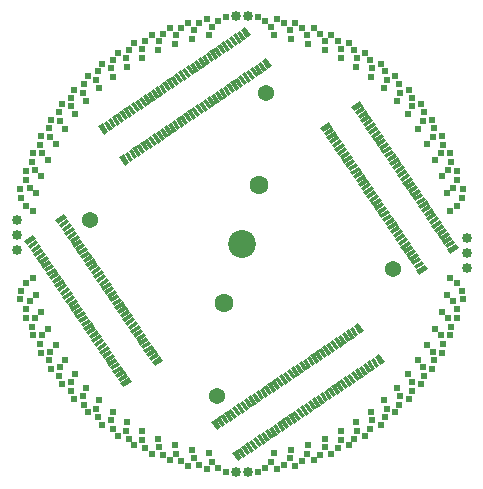
<source format=gts>
G75*
%MOIN*%
%OFA0B0*%
%FSLAX24Y24*%
%IPPOS*%
%LPD*%
%AMOC8*
5,1,8,0,0,1.08239X$1,22.5*
%
%ADD10C,0.0540*%
%ADD11R,0.0131X0.0335*%
%ADD12R,0.0178X0.0335*%
%ADD13C,0.0241*%
%ADD14C,0.0930*%
%ADD15C,0.0631*%
%ADD16C,0.0335*%
D10*
X009340Y005092D03*
X015208Y009340D03*
X010960Y015208D03*
X005092Y010960D03*
D11*
G36*
X004604Y010594D02*
X004676Y010486D01*
X004400Y010300D01*
X004328Y010408D01*
X004604Y010594D01*
G37*
G36*
X004516Y010725D02*
X004588Y010617D01*
X004312Y010431D01*
X004240Y010539D01*
X004516Y010725D01*
G37*
G36*
X004428Y010855D02*
X004500Y010747D01*
X004224Y010561D01*
X004152Y010669D01*
X004428Y010855D01*
G37*
G36*
X004340Y010986D02*
X004412Y010878D01*
X004136Y010692D01*
X004064Y010800D01*
X004340Y010986D01*
G37*
G36*
X004692Y010464D02*
X004764Y010356D01*
X004488Y010170D01*
X004416Y010278D01*
X004692Y010464D01*
G37*
G36*
X004780Y010333D02*
X004852Y010225D01*
X004576Y010039D01*
X004504Y010147D01*
X004780Y010333D01*
G37*
G36*
X004868Y010203D02*
X004940Y010095D01*
X004664Y009909D01*
X004592Y010017D01*
X004868Y010203D01*
G37*
G36*
X004956Y010072D02*
X005028Y009964D01*
X004752Y009778D01*
X004680Y009886D01*
X004956Y010072D01*
G37*
G36*
X005044Y009942D02*
X005116Y009834D01*
X004840Y009648D01*
X004768Y009756D01*
X005044Y009942D01*
G37*
G36*
X005133Y009811D02*
X005205Y009703D01*
X004929Y009517D01*
X004857Y009625D01*
X005133Y009811D01*
G37*
G36*
X005221Y009680D02*
X005293Y009572D01*
X005017Y009386D01*
X004945Y009494D01*
X005221Y009680D01*
G37*
G36*
X005309Y009550D02*
X005381Y009442D01*
X005105Y009256D01*
X005033Y009364D01*
X005309Y009550D01*
G37*
G36*
X005397Y009419D02*
X005469Y009311D01*
X005193Y009125D01*
X005121Y009233D01*
X005397Y009419D01*
G37*
G36*
X005485Y009289D02*
X005557Y009181D01*
X005281Y008995D01*
X005209Y009103D01*
X005485Y009289D01*
G37*
G36*
X005573Y009158D02*
X005645Y009050D01*
X005369Y008864D01*
X005297Y008972D01*
X005573Y009158D01*
G37*
G36*
X005661Y009028D02*
X005733Y008920D01*
X005457Y008734D01*
X005385Y008842D01*
X005661Y009028D01*
G37*
G36*
X005749Y008897D02*
X005821Y008789D01*
X005545Y008603D01*
X005473Y008711D01*
X005749Y008897D01*
G37*
G36*
X005837Y008767D02*
X005909Y008659D01*
X005633Y008473D01*
X005561Y008581D01*
X005837Y008767D01*
G37*
G36*
X005925Y008636D02*
X005997Y008528D01*
X005721Y008342D01*
X005649Y008450D01*
X005925Y008636D01*
G37*
G36*
X006013Y008505D02*
X006085Y008397D01*
X005809Y008211D01*
X005737Y008319D01*
X006013Y008505D01*
G37*
G36*
X006101Y008375D02*
X006173Y008267D01*
X005897Y008081D01*
X005825Y008189D01*
X006101Y008375D01*
G37*
G36*
X006189Y008244D02*
X006261Y008136D01*
X005985Y007950D01*
X005913Y008058D01*
X006189Y008244D01*
G37*
G36*
X006277Y008114D02*
X006349Y008006D01*
X006073Y007820D01*
X006001Y007928D01*
X006277Y008114D01*
G37*
G36*
X006365Y007983D02*
X006437Y007875D01*
X006161Y007689D01*
X006089Y007797D01*
X006365Y007983D01*
G37*
G36*
X006453Y007853D02*
X006525Y007745D01*
X006249Y007559D01*
X006177Y007667D01*
X006453Y007853D01*
G37*
G36*
X006542Y007722D02*
X006614Y007614D01*
X006338Y007428D01*
X006266Y007536D01*
X006542Y007722D01*
G37*
G36*
X006630Y007592D02*
X006702Y007484D01*
X006426Y007298D01*
X006354Y007406D01*
X006630Y007592D01*
G37*
G36*
X006718Y007461D02*
X006790Y007353D01*
X006514Y007167D01*
X006442Y007275D01*
X006718Y007461D01*
G37*
G36*
X006806Y007330D02*
X006878Y007222D01*
X006602Y007036D01*
X006530Y007144D01*
X006806Y007330D01*
G37*
G36*
X006894Y007200D02*
X006966Y007092D01*
X006690Y006906D01*
X006618Y007014D01*
X006894Y007200D01*
G37*
G36*
X006982Y007069D02*
X007054Y006961D01*
X006778Y006775D01*
X006706Y006883D01*
X006982Y007069D01*
G37*
G36*
X007070Y006939D02*
X007142Y006831D01*
X006866Y006645D01*
X006794Y006753D01*
X007070Y006939D01*
G37*
G36*
X007158Y006808D02*
X007230Y006700D01*
X006954Y006514D01*
X006882Y006622D01*
X007158Y006808D01*
G37*
G36*
X007246Y006678D02*
X007318Y006570D01*
X007042Y006384D01*
X006970Y006492D01*
X007246Y006678D01*
G37*
G36*
X007334Y006547D02*
X007406Y006439D01*
X007130Y006253D01*
X007058Y006361D01*
X007334Y006547D01*
G37*
G36*
X006095Y005555D02*
X006023Y005663D01*
X006299Y005849D01*
X006371Y005741D01*
X006095Y005555D01*
G37*
G36*
X006007Y005686D02*
X005935Y005794D01*
X006211Y005980D01*
X006283Y005872D01*
X006007Y005686D01*
G37*
G36*
X005919Y005816D02*
X005847Y005924D01*
X006123Y006110D01*
X006195Y006002D01*
X005919Y005816D01*
G37*
G36*
X005831Y005947D02*
X005759Y006055D01*
X006035Y006241D01*
X006107Y006133D01*
X005831Y005947D01*
G37*
G36*
X005743Y006077D02*
X005671Y006185D01*
X005947Y006371D01*
X006019Y006263D01*
X005743Y006077D01*
G37*
G36*
X005655Y006208D02*
X005583Y006316D01*
X005859Y006502D01*
X005931Y006394D01*
X005655Y006208D01*
G37*
G36*
X005567Y006339D02*
X005495Y006447D01*
X005771Y006633D01*
X005843Y006525D01*
X005567Y006339D01*
G37*
G36*
X005479Y006469D02*
X005407Y006577D01*
X005683Y006763D01*
X005755Y006655D01*
X005479Y006469D01*
G37*
G36*
X005391Y006600D02*
X005319Y006708D01*
X005595Y006894D01*
X005667Y006786D01*
X005391Y006600D01*
G37*
G36*
X005303Y006730D02*
X005231Y006838D01*
X005507Y007024D01*
X005579Y006916D01*
X005303Y006730D01*
G37*
G36*
X005215Y006861D02*
X005143Y006969D01*
X005419Y007155D01*
X005491Y007047D01*
X005215Y006861D01*
G37*
G36*
X005127Y006991D02*
X005055Y007099D01*
X005331Y007285D01*
X005403Y007177D01*
X005127Y006991D01*
G37*
G36*
X005039Y007122D02*
X004967Y007230D01*
X005243Y007416D01*
X005315Y007308D01*
X005039Y007122D01*
G37*
G36*
X004951Y007252D02*
X004879Y007360D01*
X005155Y007546D01*
X005227Y007438D01*
X004951Y007252D01*
G37*
G36*
X004863Y007383D02*
X004791Y007491D01*
X005067Y007677D01*
X005139Y007569D01*
X004863Y007383D01*
G37*
G36*
X004775Y007514D02*
X004703Y007622D01*
X004979Y007808D01*
X005051Y007700D01*
X004775Y007514D01*
G37*
G36*
X004686Y007644D02*
X004614Y007752D01*
X004890Y007938D01*
X004962Y007830D01*
X004686Y007644D01*
G37*
G36*
X004598Y007775D02*
X004526Y007883D01*
X004802Y008069D01*
X004874Y007961D01*
X004598Y007775D01*
G37*
G36*
X004510Y007905D02*
X004438Y008013D01*
X004714Y008199D01*
X004786Y008091D01*
X004510Y007905D01*
G37*
G36*
X004422Y008036D02*
X004350Y008144D01*
X004626Y008330D01*
X004698Y008222D01*
X004422Y008036D01*
G37*
G36*
X004334Y008166D02*
X004262Y008274D01*
X004538Y008460D01*
X004610Y008352D01*
X004334Y008166D01*
G37*
G36*
X004246Y008297D02*
X004174Y008405D01*
X004450Y008591D01*
X004522Y008483D01*
X004246Y008297D01*
G37*
G36*
X004158Y008427D02*
X004086Y008535D01*
X004362Y008721D01*
X004434Y008613D01*
X004158Y008427D01*
G37*
G36*
X004070Y008558D02*
X003998Y008666D01*
X004274Y008852D01*
X004346Y008744D01*
X004070Y008558D01*
G37*
G36*
X003982Y008689D02*
X003910Y008797D01*
X004186Y008983D01*
X004258Y008875D01*
X003982Y008689D01*
G37*
G36*
X003894Y008819D02*
X003822Y008927D01*
X004098Y009113D01*
X004170Y009005D01*
X003894Y008819D01*
G37*
G36*
X003806Y008950D02*
X003734Y009058D01*
X004010Y009244D01*
X004082Y009136D01*
X003806Y008950D01*
G37*
G36*
X003718Y009080D02*
X003646Y009188D01*
X003922Y009374D01*
X003994Y009266D01*
X003718Y009080D01*
G37*
G36*
X003630Y009211D02*
X003558Y009319D01*
X003834Y009505D01*
X003906Y009397D01*
X003630Y009211D01*
G37*
G36*
X003542Y009341D02*
X003470Y009449D01*
X003746Y009635D01*
X003818Y009527D01*
X003542Y009341D01*
G37*
G36*
X003454Y009472D02*
X003382Y009580D01*
X003658Y009766D01*
X003730Y009658D01*
X003454Y009472D01*
G37*
G36*
X003366Y009602D02*
X003294Y009710D01*
X003570Y009896D01*
X003642Y009788D01*
X003366Y009602D01*
G37*
G36*
X003277Y009733D02*
X003205Y009841D01*
X003481Y010027D01*
X003553Y009919D01*
X003277Y009733D01*
G37*
G36*
X003189Y009864D02*
X003117Y009972D01*
X003393Y010158D01*
X003465Y010050D01*
X003189Y009864D01*
G37*
G36*
X003101Y009994D02*
X003029Y010102D01*
X003305Y010288D01*
X003377Y010180D01*
X003101Y009994D01*
G37*
G36*
X006547Y012966D02*
X006439Y012894D01*
X006253Y013170D01*
X006361Y013242D01*
X006547Y012966D01*
G37*
G36*
X006678Y013054D02*
X006570Y012982D01*
X006384Y013258D01*
X006492Y013330D01*
X006678Y013054D01*
G37*
G36*
X006808Y013142D02*
X006700Y013070D01*
X006514Y013346D01*
X006622Y013418D01*
X006808Y013142D01*
G37*
G36*
X006939Y013230D02*
X006831Y013158D01*
X006645Y013434D01*
X006753Y013506D01*
X006939Y013230D01*
G37*
G36*
X007069Y013318D02*
X006961Y013246D01*
X006775Y013522D01*
X006883Y013594D01*
X007069Y013318D01*
G37*
G36*
X007200Y013406D02*
X007092Y013334D01*
X006906Y013610D01*
X007014Y013682D01*
X007200Y013406D01*
G37*
G36*
X007330Y013494D02*
X007222Y013422D01*
X007036Y013698D01*
X007144Y013770D01*
X007330Y013494D01*
G37*
G36*
X007461Y013582D02*
X007353Y013510D01*
X007167Y013786D01*
X007275Y013858D01*
X007461Y013582D01*
G37*
G36*
X007592Y013670D02*
X007484Y013598D01*
X007298Y013874D01*
X007406Y013946D01*
X007592Y013670D01*
G37*
G36*
X007722Y013758D02*
X007614Y013686D01*
X007428Y013962D01*
X007536Y014034D01*
X007722Y013758D01*
G37*
G36*
X007853Y013847D02*
X007745Y013775D01*
X007559Y014051D01*
X007667Y014123D01*
X007853Y013847D01*
G37*
G36*
X007983Y013935D02*
X007875Y013863D01*
X007689Y014139D01*
X007797Y014211D01*
X007983Y013935D01*
G37*
G36*
X008114Y014023D02*
X008006Y013951D01*
X007820Y014227D01*
X007928Y014299D01*
X008114Y014023D01*
G37*
G36*
X008244Y014111D02*
X008136Y014039D01*
X007950Y014315D01*
X008058Y014387D01*
X008244Y014111D01*
G37*
G36*
X008375Y014199D02*
X008267Y014127D01*
X008081Y014403D01*
X008189Y014475D01*
X008375Y014199D01*
G37*
G36*
X008505Y014287D02*
X008397Y014215D01*
X008211Y014491D01*
X008319Y014563D01*
X008505Y014287D01*
G37*
G36*
X008636Y014375D02*
X008528Y014303D01*
X008342Y014579D01*
X008450Y014651D01*
X008636Y014375D01*
G37*
G36*
X008767Y014463D02*
X008659Y014391D01*
X008473Y014667D01*
X008581Y014739D01*
X008767Y014463D01*
G37*
G36*
X008897Y014551D02*
X008789Y014479D01*
X008603Y014755D01*
X008711Y014827D01*
X008897Y014551D01*
G37*
G36*
X009028Y014639D02*
X008920Y014567D01*
X008734Y014843D01*
X008842Y014915D01*
X009028Y014639D01*
G37*
G36*
X009158Y014727D02*
X009050Y014655D01*
X008864Y014931D01*
X008972Y015003D01*
X009158Y014727D01*
G37*
G36*
X009289Y014815D02*
X009181Y014743D01*
X008995Y015019D01*
X009103Y015091D01*
X009289Y014815D01*
G37*
G36*
X009419Y014903D02*
X009311Y014831D01*
X009125Y015107D01*
X009233Y015179D01*
X009419Y014903D01*
G37*
G36*
X009550Y014991D02*
X009442Y014919D01*
X009256Y015195D01*
X009364Y015267D01*
X009550Y014991D01*
G37*
G36*
X009680Y015079D02*
X009572Y015007D01*
X009386Y015283D01*
X009494Y015355D01*
X009680Y015079D01*
G37*
G36*
X009811Y015167D02*
X009703Y015095D01*
X009517Y015371D01*
X009625Y015443D01*
X009811Y015167D01*
G37*
G36*
X009942Y015255D02*
X009834Y015183D01*
X009648Y015459D01*
X009756Y015531D01*
X009942Y015255D01*
G37*
G36*
X010072Y015344D02*
X009964Y015272D01*
X009778Y015548D01*
X009886Y015620D01*
X010072Y015344D01*
G37*
G36*
X010203Y015432D02*
X010095Y015360D01*
X009909Y015636D01*
X010017Y015708D01*
X010203Y015432D01*
G37*
G36*
X010333Y015520D02*
X010225Y015448D01*
X010039Y015724D01*
X010147Y015796D01*
X010333Y015520D01*
G37*
G36*
X010464Y015608D02*
X010356Y015536D01*
X010170Y015812D01*
X010278Y015884D01*
X010464Y015608D01*
G37*
G36*
X010594Y015696D02*
X010486Y015624D01*
X010300Y015900D01*
X010408Y015972D01*
X010594Y015696D01*
G37*
G36*
X010725Y015784D02*
X010617Y015712D01*
X010431Y015988D01*
X010539Y016060D01*
X010725Y015784D01*
G37*
G36*
X010855Y015872D02*
X010747Y015800D01*
X010561Y016076D01*
X010669Y016148D01*
X010855Y015872D01*
G37*
G36*
X010986Y015960D02*
X010878Y015888D01*
X010692Y016164D01*
X010800Y016236D01*
X010986Y015960D01*
G37*
G36*
X009864Y017111D02*
X009972Y017183D01*
X010158Y016907D01*
X010050Y016835D01*
X009864Y017111D01*
G37*
G36*
X009733Y017023D02*
X009841Y017095D01*
X010027Y016819D01*
X009919Y016747D01*
X009733Y017023D01*
G37*
G36*
X009602Y016934D02*
X009710Y017006D01*
X009896Y016730D01*
X009788Y016658D01*
X009602Y016934D01*
G37*
G36*
X009472Y016846D02*
X009580Y016918D01*
X009766Y016642D01*
X009658Y016570D01*
X009472Y016846D01*
G37*
G36*
X009341Y016758D02*
X009449Y016830D01*
X009635Y016554D01*
X009527Y016482D01*
X009341Y016758D01*
G37*
G36*
X009211Y016670D02*
X009319Y016742D01*
X009505Y016466D01*
X009397Y016394D01*
X009211Y016670D01*
G37*
G36*
X009080Y016582D02*
X009188Y016654D01*
X009374Y016378D01*
X009266Y016306D01*
X009080Y016582D01*
G37*
G36*
X008950Y016494D02*
X009058Y016566D01*
X009244Y016290D01*
X009136Y016218D01*
X008950Y016494D01*
G37*
G36*
X008819Y016406D02*
X008927Y016478D01*
X009113Y016202D01*
X009005Y016130D01*
X008819Y016406D01*
G37*
G36*
X008689Y016318D02*
X008797Y016390D01*
X008983Y016114D01*
X008875Y016042D01*
X008689Y016318D01*
G37*
G36*
X008558Y016230D02*
X008666Y016302D01*
X008852Y016026D01*
X008744Y015954D01*
X008558Y016230D01*
G37*
G36*
X008427Y016142D02*
X008535Y016214D01*
X008721Y015938D01*
X008613Y015866D01*
X008427Y016142D01*
G37*
G36*
X008297Y016054D02*
X008405Y016126D01*
X008591Y015850D01*
X008483Y015778D01*
X008297Y016054D01*
G37*
G36*
X008166Y015966D02*
X008274Y016038D01*
X008460Y015762D01*
X008352Y015690D01*
X008166Y015966D01*
G37*
G36*
X008036Y015878D02*
X008144Y015950D01*
X008330Y015674D01*
X008222Y015602D01*
X008036Y015878D01*
G37*
G36*
X007905Y015790D02*
X008013Y015862D01*
X008199Y015586D01*
X008091Y015514D01*
X007905Y015790D01*
G37*
G36*
X007775Y015702D02*
X007883Y015774D01*
X008069Y015498D01*
X007961Y015426D01*
X007775Y015702D01*
G37*
G36*
X007644Y015614D02*
X007752Y015686D01*
X007938Y015410D01*
X007830Y015338D01*
X007644Y015614D01*
G37*
G36*
X007514Y015525D02*
X007622Y015597D01*
X007808Y015321D01*
X007700Y015249D01*
X007514Y015525D01*
G37*
G36*
X007383Y015437D02*
X007491Y015509D01*
X007677Y015233D01*
X007569Y015161D01*
X007383Y015437D01*
G37*
G36*
X007252Y015349D02*
X007360Y015421D01*
X007546Y015145D01*
X007438Y015073D01*
X007252Y015349D01*
G37*
G36*
X007122Y015261D02*
X007230Y015333D01*
X007416Y015057D01*
X007308Y014985D01*
X007122Y015261D01*
G37*
G36*
X006991Y015173D02*
X007099Y015245D01*
X007285Y014969D01*
X007177Y014897D01*
X006991Y015173D01*
G37*
G36*
X006861Y015085D02*
X006969Y015157D01*
X007155Y014881D01*
X007047Y014809D01*
X006861Y015085D01*
G37*
G36*
X006730Y014997D02*
X006838Y015069D01*
X007024Y014793D01*
X006916Y014721D01*
X006730Y014997D01*
G37*
G36*
X006600Y014909D02*
X006708Y014981D01*
X006894Y014705D01*
X006786Y014633D01*
X006600Y014909D01*
G37*
G36*
X006469Y014821D02*
X006577Y014893D01*
X006763Y014617D01*
X006655Y014545D01*
X006469Y014821D01*
G37*
G36*
X006339Y014733D02*
X006447Y014805D01*
X006633Y014529D01*
X006525Y014457D01*
X006339Y014733D01*
G37*
G36*
X006208Y014645D02*
X006316Y014717D01*
X006502Y014441D01*
X006394Y014369D01*
X006208Y014645D01*
G37*
G36*
X006077Y014557D02*
X006185Y014629D01*
X006371Y014353D01*
X006263Y014281D01*
X006077Y014557D01*
G37*
G36*
X005947Y014469D02*
X006055Y014541D01*
X006241Y014265D01*
X006133Y014193D01*
X005947Y014469D01*
G37*
G36*
X005816Y014381D02*
X005924Y014453D01*
X006110Y014177D01*
X006002Y014105D01*
X005816Y014381D01*
G37*
G36*
X005686Y014293D02*
X005794Y014365D01*
X005980Y014089D01*
X005872Y014017D01*
X005686Y014293D01*
G37*
G36*
X005555Y014205D02*
X005663Y014277D01*
X005849Y014001D01*
X005741Y013929D01*
X005555Y014205D01*
G37*
G36*
X009994Y017199D02*
X010102Y017271D01*
X010288Y016995D01*
X010180Y016923D01*
X009994Y017199D01*
G37*
G36*
X012966Y013753D02*
X012894Y013861D01*
X013170Y014047D01*
X013242Y013939D01*
X012966Y013753D01*
G37*
G36*
X013054Y013622D02*
X012982Y013730D01*
X013258Y013916D01*
X013330Y013808D01*
X013054Y013622D01*
G37*
G36*
X013142Y013492D02*
X013070Y013600D01*
X013346Y013786D01*
X013418Y013678D01*
X013142Y013492D01*
G37*
G36*
X013230Y013361D02*
X013158Y013469D01*
X013434Y013655D01*
X013506Y013547D01*
X013230Y013361D01*
G37*
G36*
X013318Y013231D02*
X013246Y013339D01*
X013522Y013525D01*
X013594Y013417D01*
X013318Y013231D01*
G37*
G36*
X013406Y013100D02*
X013334Y013208D01*
X013610Y013394D01*
X013682Y013286D01*
X013406Y013100D01*
G37*
G36*
X013494Y012970D02*
X013422Y013078D01*
X013698Y013264D01*
X013770Y013156D01*
X013494Y012970D01*
G37*
G36*
X013582Y012839D02*
X013510Y012947D01*
X013786Y013133D01*
X013858Y013025D01*
X013582Y012839D01*
G37*
G36*
X013670Y012708D02*
X013598Y012816D01*
X013874Y013002D01*
X013946Y012894D01*
X013670Y012708D01*
G37*
G36*
X013758Y012578D02*
X013686Y012686D01*
X013962Y012872D01*
X014034Y012764D01*
X013758Y012578D01*
G37*
G36*
X013847Y012447D02*
X013775Y012555D01*
X014051Y012741D01*
X014123Y012633D01*
X013847Y012447D01*
G37*
G36*
X013935Y012317D02*
X013863Y012425D01*
X014139Y012611D01*
X014211Y012503D01*
X013935Y012317D01*
G37*
G36*
X014023Y012186D02*
X013951Y012294D01*
X014227Y012480D01*
X014299Y012372D01*
X014023Y012186D01*
G37*
G36*
X014111Y012056D02*
X014039Y012164D01*
X014315Y012350D01*
X014387Y012242D01*
X014111Y012056D01*
G37*
G36*
X014199Y011925D02*
X014127Y012033D01*
X014403Y012219D01*
X014475Y012111D01*
X014199Y011925D01*
G37*
G36*
X014287Y011795D02*
X014215Y011903D01*
X014491Y012089D01*
X014563Y011981D01*
X014287Y011795D01*
G37*
G36*
X014375Y011664D02*
X014303Y011772D01*
X014579Y011958D01*
X014651Y011850D01*
X014375Y011664D01*
G37*
G36*
X014463Y011533D02*
X014391Y011641D01*
X014667Y011827D01*
X014739Y011719D01*
X014463Y011533D01*
G37*
G36*
X014551Y011403D02*
X014479Y011511D01*
X014755Y011697D01*
X014827Y011589D01*
X014551Y011403D01*
G37*
G36*
X014639Y011272D02*
X014567Y011380D01*
X014843Y011566D01*
X014915Y011458D01*
X014639Y011272D01*
G37*
G36*
X014727Y011142D02*
X014655Y011250D01*
X014931Y011436D01*
X015003Y011328D01*
X014727Y011142D01*
G37*
G36*
X014815Y011011D02*
X014743Y011119D01*
X015019Y011305D01*
X015091Y011197D01*
X014815Y011011D01*
G37*
G36*
X014903Y010881D02*
X014831Y010989D01*
X015107Y011175D01*
X015179Y011067D01*
X014903Y010881D01*
G37*
G36*
X014991Y010750D02*
X014919Y010858D01*
X015195Y011044D01*
X015267Y010936D01*
X014991Y010750D01*
G37*
G36*
X015079Y010620D02*
X015007Y010728D01*
X015283Y010914D01*
X015355Y010806D01*
X015079Y010620D01*
G37*
G36*
X015167Y010489D02*
X015095Y010597D01*
X015371Y010783D01*
X015443Y010675D01*
X015167Y010489D01*
G37*
G36*
X015255Y010358D02*
X015183Y010466D01*
X015459Y010652D01*
X015531Y010544D01*
X015255Y010358D01*
G37*
G36*
X015344Y010228D02*
X015272Y010336D01*
X015548Y010522D01*
X015620Y010414D01*
X015344Y010228D01*
G37*
G36*
X015432Y010097D02*
X015360Y010205D01*
X015636Y010391D01*
X015708Y010283D01*
X015432Y010097D01*
G37*
G36*
X015520Y009967D02*
X015448Y010075D01*
X015724Y010261D01*
X015796Y010153D01*
X015520Y009967D01*
G37*
G36*
X015608Y009836D02*
X015536Y009944D01*
X015812Y010130D01*
X015884Y010022D01*
X015608Y009836D01*
G37*
G36*
X015696Y009706D02*
X015624Y009814D01*
X015900Y010000D01*
X015972Y009892D01*
X015696Y009706D01*
G37*
G36*
X015784Y009575D02*
X015712Y009683D01*
X015988Y009869D01*
X016060Y009761D01*
X015784Y009575D01*
G37*
G36*
X015872Y009445D02*
X015800Y009553D01*
X016076Y009739D01*
X016148Y009631D01*
X015872Y009445D01*
G37*
G36*
X015960Y009314D02*
X015888Y009422D01*
X016164Y009608D01*
X016236Y009500D01*
X015960Y009314D01*
G37*
G36*
X017111Y010436D02*
X017183Y010328D01*
X016907Y010142D01*
X016835Y010250D01*
X017111Y010436D01*
G37*
G36*
X017023Y010567D02*
X017095Y010459D01*
X016819Y010273D01*
X016747Y010381D01*
X017023Y010567D01*
G37*
G36*
X016934Y010698D02*
X017006Y010590D01*
X016730Y010404D01*
X016658Y010512D01*
X016934Y010698D01*
G37*
G36*
X016846Y010828D02*
X016918Y010720D01*
X016642Y010534D01*
X016570Y010642D01*
X016846Y010828D01*
G37*
G36*
X016758Y010959D02*
X016830Y010851D01*
X016554Y010665D01*
X016482Y010773D01*
X016758Y010959D01*
G37*
G36*
X016670Y011089D02*
X016742Y010981D01*
X016466Y010795D01*
X016394Y010903D01*
X016670Y011089D01*
G37*
G36*
X016582Y011220D02*
X016654Y011112D01*
X016378Y010926D01*
X016306Y011034D01*
X016582Y011220D01*
G37*
G36*
X016494Y011350D02*
X016566Y011242D01*
X016290Y011056D01*
X016218Y011164D01*
X016494Y011350D01*
G37*
G36*
X016406Y011481D02*
X016478Y011373D01*
X016202Y011187D01*
X016130Y011295D01*
X016406Y011481D01*
G37*
G36*
X016318Y011611D02*
X016390Y011503D01*
X016114Y011317D01*
X016042Y011425D01*
X016318Y011611D01*
G37*
G36*
X016230Y011742D02*
X016302Y011634D01*
X016026Y011448D01*
X015954Y011556D01*
X016230Y011742D01*
G37*
G36*
X016142Y011873D02*
X016214Y011765D01*
X015938Y011579D01*
X015866Y011687D01*
X016142Y011873D01*
G37*
G36*
X016054Y012003D02*
X016126Y011895D01*
X015850Y011709D01*
X015778Y011817D01*
X016054Y012003D01*
G37*
G36*
X015966Y012134D02*
X016038Y012026D01*
X015762Y011840D01*
X015690Y011948D01*
X015966Y012134D01*
G37*
G36*
X015878Y012264D02*
X015950Y012156D01*
X015674Y011970D01*
X015602Y012078D01*
X015878Y012264D01*
G37*
G36*
X015790Y012395D02*
X015862Y012287D01*
X015586Y012101D01*
X015514Y012209D01*
X015790Y012395D01*
G37*
G36*
X015702Y012525D02*
X015774Y012417D01*
X015498Y012231D01*
X015426Y012339D01*
X015702Y012525D01*
G37*
G36*
X015614Y012656D02*
X015686Y012548D01*
X015410Y012362D01*
X015338Y012470D01*
X015614Y012656D01*
G37*
G36*
X015525Y012786D02*
X015597Y012678D01*
X015321Y012492D01*
X015249Y012600D01*
X015525Y012786D01*
G37*
G36*
X015437Y012917D02*
X015509Y012809D01*
X015233Y012623D01*
X015161Y012731D01*
X015437Y012917D01*
G37*
G36*
X015349Y013048D02*
X015421Y012940D01*
X015145Y012754D01*
X015073Y012862D01*
X015349Y013048D01*
G37*
G36*
X015261Y013178D02*
X015333Y013070D01*
X015057Y012884D01*
X014985Y012992D01*
X015261Y013178D01*
G37*
G36*
X015173Y013309D02*
X015245Y013201D01*
X014969Y013015D01*
X014897Y013123D01*
X015173Y013309D01*
G37*
G36*
X015085Y013439D02*
X015157Y013331D01*
X014881Y013145D01*
X014809Y013253D01*
X015085Y013439D01*
G37*
G36*
X014997Y013570D02*
X015069Y013462D01*
X014793Y013276D01*
X014721Y013384D01*
X014997Y013570D01*
G37*
G36*
X014909Y013700D02*
X014981Y013592D01*
X014705Y013406D01*
X014633Y013514D01*
X014909Y013700D01*
G37*
G36*
X014821Y013831D02*
X014893Y013723D01*
X014617Y013537D01*
X014545Y013645D01*
X014821Y013831D01*
G37*
G36*
X014733Y013961D02*
X014805Y013853D01*
X014529Y013667D01*
X014457Y013775D01*
X014733Y013961D01*
G37*
G36*
X014645Y014092D02*
X014717Y013984D01*
X014441Y013798D01*
X014369Y013906D01*
X014645Y014092D01*
G37*
G36*
X014557Y014223D02*
X014629Y014115D01*
X014353Y013929D01*
X014281Y014037D01*
X014557Y014223D01*
G37*
G36*
X014469Y014353D02*
X014541Y014245D01*
X014265Y014059D01*
X014193Y014167D01*
X014469Y014353D01*
G37*
G36*
X014381Y014484D02*
X014453Y014376D01*
X014177Y014190D01*
X014105Y014298D01*
X014381Y014484D01*
G37*
G36*
X014293Y014614D02*
X014365Y014506D01*
X014089Y014320D01*
X014017Y014428D01*
X014293Y014614D01*
G37*
G36*
X014205Y014745D02*
X014277Y014637D01*
X014001Y014451D01*
X013929Y014559D01*
X014205Y014745D01*
G37*
G36*
X017199Y010306D02*
X017271Y010198D01*
X016995Y010012D01*
X016923Y010120D01*
X017199Y010306D01*
G37*
G36*
X013753Y007334D02*
X013861Y007406D01*
X014047Y007130D01*
X013939Y007058D01*
X013753Y007334D01*
G37*
G36*
X013622Y007246D02*
X013730Y007318D01*
X013916Y007042D01*
X013808Y006970D01*
X013622Y007246D01*
G37*
G36*
X013492Y007158D02*
X013600Y007230D01*
X013786Y006954D01*
X013678Y006882D01*
X013492Y007158D01*
G37*
G36*
X013361Y007070D02*
X013469Y007142D01*
X013655Y006866D01*
X013547Y006794D01*
X013361Y007070D01*
G37*
G36*
X013231Y006982D02*
X013339Y007054D01*
X013525Y006778D01*
X013417Y006706D01*
X013231Y006982D01*
G37*
G36*
X013100Y006894D02*
X013208Y006966D01*
X013394Y006690D01*
X013286Y006618D01*
X013100Y006894D01*
G37*
G36*
X012970Y006806D02*
X013078Y006878D01*
X013264Y006602D01*
X013156Y006530D01*
X012970Y006806D01*
G37*
G36*
X012839Y006718D02*
X012947Y006790D01*
X013133Y006514D01*
X013025Y006442D01*
X012839Y006718D01*
G37*
G36*
X012708Y006630D02*
X012816Y006702D01*
X013002Y006426D01*
X012894Y006354D01*
X012708Y006630D01*
G37*
G36*
X012578Y006542D02*
X012686Y006614D01*
X012872Y006338D01*
X012764Y006266D01*
X012578Y006542D01*
G37*
G36*
X012447Y006453D02*
X012555Y006525D01*
X012741Y006249D01*
X012633Y006177D01*
X012447Y006453D01*
G37*
G36*
X012317Y006365D02*
X012425Y006437D01*
X012611Y006161D01*
X012503Y006089D01*
X012317Y006365D01*
G37*
G36*
X012186Y006277D02*
X012294Y006349D01*
X012480Y006073D01*
X012372Y006001D01*
X012186Y006277D01*
G37*
G36*
X012056Y006189D02*
X012164Y006261D01*
X012350Y005985D01*
X012242Y005913D01*
X012056Y006189D01*
G37*
G36*
X011925Y006101D02*
X012033Y006173D01*
X012219Y005897D01*
X012111Y005825D01*
X011925Y006101D01*
G37*
G36*
X011795Y006013D02*
X011903Y006085D01*
X012089Y005809D01*
X011981Y005737D01*
X011795Y006013D01*
G37*
G36*
X011664Y005925D02*
X011772Y005997D01*
X011958Y005721D01*
X011850Y005649D01*
X011664Y005925D01*
G37*
G36*
X011533Y005837D02*
X011641Y005909D01*
X011827Y005633D01*
X011719Y005561D01*
X011533Y005837D01*
G37*
G36*
X011403Y005749D02*
X011511Y005821D01*
X011697Y005545D01*
X011589Y005473D01*
X011403Y005749D01*
G37*
G36*
X011272Y005661D02*
X011380Y005733D01*
X011566Y005457D01*
X011458Y005385D01*
X011272Y005661D01*
G37*
G36*
X011142Y005573D02*
X011250Y005645D01*
X011436Y005369D01*
X011328Y005297D01*
X011142Y005573D01*
G37*
G36*
X011011Y005485D02*
X011119Y005557D01*
X011305Y005281D01*
X011197Y005209D01*
X011011Y005485D01*
G37*
G36*
X010881Y005397D02*
X010989Y005469D01*
X011175Y005193D01*
X011067Y005121D01*
X010881Y005397D01*
G37*
G36*
X010750Y005309D02*
X010858Y005381D01*
X011044Y005105D01*
X010936Y005033D01*
X010750Y005309D01*
G37*
G36*
X010620Y005221D02*
X010728Y005293D01*
X010914Y005017D01*
X010806Y004945D01*
X010620Y005221D01*
G37*
G36*
X010489Y005133D02*
X010597Y005205D01*
X010783Y004929D01*
X010675Y004857D01*
X010489Y005133D01*
G37*
G36*
X010358Y005044D02*
X010466Y005116D01*
X010652Y004840D01*
X010544Y004768D01*
X010358Y005044D01*
G37*
G36*
X010228Y004956D02*
X010336Y005028D01*
X010522Y004752D01*
X010414Y004680D01*
X010228Y004956D01*
G37*
G36*
X010097Y004868D02*
X010205Y004940D01*
X010391Y004664D01*
X010283Y004592D01*
X010097Y004868D01*
G37*
G36*
X009967Y004780D02*
X010075Y004852D01*
X010261Y004576D01*
X010153Y004504D01*
X009967Y004780D01*
G37*
G36*
X009836Y004692D02*
X009944Y004764D01*
X010130Y004488D01*
X010022Y004416D01*
X009836Y004692D01*
G37*
G36*
X009706Y004604D02*
X009814Y004676D01*
X010000Y004400D01*
X009892Y004328D01*
X009706Y004604D01*
G37*
G36*
X009575Y004516D02*
X009683Y004588D01*
X009869Y004312D01*
X009761Y004240D01*
X009575Y004516D01*
G37*
G36*
X009445Y004428D02*
X009553Y004500D01*
X009739Y004224D01*
X009631Y004152D01*
X009445Y004428D01*
G37*
G36*
X009314Y004340D02*
X009422Y004412D01*
X009608Y004136D01*
X009500Y004064D01*
X009314Y004340D01*
G37*
G36*
X010436Y003189D02*
X010328Y003117D01*
X010142Y003393D01*
X010250Y003465D01*
X010436Y003189D01*
G37*
G36*
X010567Y003277D02*
X010459Y003205D01*
X010273Y003481D01*
X010381Y003553D01*
X010567Y003277D01*
G37*
G36*
X010698Y003366D02*
X010590Y003294D01*
X010404Y003570D01*
X010512Y003642D01*
X010698Y003366D01*
G37*
G36*
X010828Y003454D02*
X010720Y003382D01*
X010534Y003658D01*
X010642Y003730D01*
X010828Y003454D01*
G37*
G36*
X010959Y003542D02*
X010851Y003470D01*
X010665Y003746D01*
X010773Y003818D01*
X010959Y003542D01*
G37*
G36*
X011089Y003630D02*
X010981Y003558D01*
X010795Y003834D01*
X010903Y003906D01*
X011089Y003630D01*
G37*
G36*
X011220Y003718D02*
X011112Y003646D01*
X010926Y003922D01*
X011034Y003994D01*
X011220Y003718D01*
G37*
G36*
X011350Y003806D02*
X011242Y003734D01*
X011056Y004010D01*
X011164Y004082D01*
X011350Y003806D01*
G37*
G36*
X011481Y003894D02*
X011373Y003822D01*
X011187Y004098D01*
X011295Y004170D01*
X011481Y003894D01*
G37*
G36*
X011611Y003982D02*
X011503Y003910D01*
X011317Y004186D01*
X011425Y004258D01*
X011611Y003982D01*
G37*
G36*
X011742Y004070D02*
X011634Y003998D01*
X011448Y004274D01*
X011556Y004346D01*
X011742Y004070D01*
G37*
G36*
X011873Y004158D02*
X011765Y004086D01*
X011579Y004362D01*
X011687Y004434D01*
X011873Y004158D01*
G37*
G36*
X012003Y004246D02*
X011895Y004174D01*
X011709Y004450D01*
X011817Y004522D01*
X012003Y004246D01*
G37*
G36*
X012134Y004334D02*
X012026Y004262D01*
X011840Y004538D01*
X011948Y004610D01*
X012134Y004334D01*
G37*
G36*
X012264Y004422D02*
X012156Y004350D01*
X011970Y004626D01*
X012078Y004698D01*
X012264Y004422D01*
G37*
G36*
X012395Y004510D02*
X012287Y004438D01*
X012101Y004714D01*
X012209Y004786D01*
X012395Y004510D01*
G37*
G36*
X012525Y004598D02*
X012417Y004526D01*
X012231Y004802D01*
X012339Y004874D01*
X012525Y004598D01*
G37*
G36*
X012656Y004686D02*
X012548Y004614D01*
X012362Y004890D01*
X012470Y004962D01*
X012656Y004686D01*
G37*
G36*
X012786Y004775D02*
X012678Y004703D01*
X012492Y004979D01*
X012600Y005051D01*
X012786Y004775D01*
G37*
G36*
X012917Y004863D02*
X012809Y004791D01*
X012623Y005067D01*
X012731Y005139D01*
X012917Y004863D01*
G37*
G36*
X013048Y004951D02*
X012940Y004879D01*
X012754Y005155D01*
X012862Y005227D01*
X013048Y004951D01*
G37*
G36*
X013178Y005039D02*
X013070Y004967D01*
X012884Y005243D01*
X012992Y005315D01*
X013178Y005039D01*
G37*
G36*
X013309Y005127D02*
X013201Y005055D01*
X013015Y005331D01*
X013123Y005403D01*
X013309Y005127D01*
G37*
G36*
X013439Y005215D02*
X013331Y005143D01*
X013145Y005419D01*
X013253Y005491D01*
X013439Y005215D01*
G37*
G36*
X013570Y005303D02*
X013462Y005231D01*
X013276Y005507D01*
X013384Y005579D01*
X013570Y005303D01*
G37*
G36*
X013700Y005391D02*
X013592Y005319D01*
X013406Y005595D01*
X013514Y005667D01*
X013700Y005391D01*
G37*
G36*
X013831Y005479D02*
X013723Y005407D01*
X013537Y005683D01*
X013645Y005755D01*
X013831Y005479D01*
G37*
G36*
X013961Y005567D02*
X013853Y005495D01*
X013667Y005771D01*
X013775Y005843D01*
X013961Y005567D01*
G37*
G36*
X014092Y005655D02*
X013984Y005583D01*
X013798Y005859D01*
X013906Y005931D01*
X014092Y005655D01*
G37*
G36*
X014223Y005743D02*
X014115Y005671D01*
X013929Y005947D01*
X014037Y006019D01*
X014223Y005743D01*
G37*
G36*
X014353Y005831D02*
X014245Y005759D01*
X014059Y006035D01*
X014167Y006107D01*
X014353Y005831D01*
G37*
G36*
X014484Y005919D02*
X014376Y005847D01*
X014190Y006123D01*
X014298Y006195D01*
X014484Y005919D01*
G37*
G36*
X014614Y006007D02*
X014506Y005935D01*
X014320Y006211D01*
X014428Y006283D01*
X014614Y006007D01*
G37*
G36*
X014745Y006095D02*
X014637Y006023D01*
X014451Y006299D01*
X014559Y006371D01*
X014745Y006095D01*
G37*
G36*
X010306Y003101D02*
X010198Y003029D01*
X010012Y003305D01*
X010120Y003377D01*
X010306Y003101D01*
G37*
D12*
G36*
X010171Y003011D02*
X010023Y002911D01*
X009837Y003187D01*
X009985Y003287D01*
X010171Y003011D01*
G37*
G36*
X009139Y004221D02*
X009287Y004321D01*
X009473Y004045D01*
X009325Y003945D01*
X009139Y004221D01*
G37*
G36*
X007425Y006412D02*
X007525Y006264D01*
X007249Y006078D01*
X007149Y006226D01*
X007425Y006412D01*
G37*
G36*
X006214Y005380D02*
X006114Y005528D01*
X006390Y005714D01*
X006490Y005566D01*
X006214Y005380D01*
G37*
G36*
X003011Y010129D02*
X002911Y010277D01*
X003187Y010463D01*
X003287Y010315D01*
X003011Y010129D01*
G37*
G36*
X004221Y011161D02*
X004321Y011013D01*
X004045Y010827D01*
X003945Y010975D01*
X004221Y011161D01*
G37*
G36*
X006412Y012875D02*
X006264Y012775D01*
X006078Y013051D01*
X006226Y013151D01*
X006412Y012875D01*
G37*
G36*
X005380Y014086D02*
X005528Y014186D01*
X005714Y013910D01*
X005566Y013810D01*
X005380Y014086D01*
G37*
G36*
X010129Y017289D02*
X010277Y017389D01*
X010463Y017113D01*
X010315Y017013D01*
X010129Y017289D01*
G37*
G36*
X011161Y016079D02*
X011013Y015979D01*
X010827Y016255D01*
X010975Y016355D01*
X011161Y016079D01*
G37*
G36*
X012875Y013888D02*
X012775Y014036D01*
X013051Y014222D01*
X013151Y014074D01*
X012875Y013888D01*
G37*
G36*
X014086Y014920D02*
X014186Y014772D01*
X013910Y014586D01*
X013810Y014734D01*
X014086Y014920D01*
G37*
G36*
X017289Y010171D02*
X017389Y010023D01*
X017113Y009837D01*
X017013Y009985D01*
X017289Y010171D01*
G37*
G36*
X016079Y009139D02*
X015979Y009287D01*
X016255Y009473D01*
X016355Y009325D01*
X016079Y009139D01*
G37*
G36*
X013888Y007425D02*
X014036Y007525D01*
X014222Y007249D01*
X014074Y007149D01*
X013888Y007425D01*
G37*
G36*
X014920Y006214D02*
X014772Y006114D01*
X014586Y006390D01*
X014734Y006490D01*
X014920Y006214D01*
G37*
D13*
X004575Y004994D03*
X004467Y005262D03*
X004871Y005095D03*
X004980Y005366D03*
X004467Y005555D03*
X004598Y005815D03*
X004078Y005755D03*
X004102Y006046D03*
X004254Y006295D03*
X003731Y006279D03*
X003793Y005996D03*
X003780Y006567D03*
X003953Y006802D03*
X003503Y007112D03*
X003694Y007332D03*
X003272Y007679D03*
X003481Y007882D03*
X003089Y008263D03*
X003315Y008448D03*
X002956Y008861D03*
X003196Y009026D03*
X002815Y008605D03*
X002781Y008317D03*
X002970Y007996D03*
X002960Y007707D03*
X003175Y007403D03*
X003190Y007114D03*
X003430Y006829D03*
X003468Y006542D03*
X004163Y005478D03*
X004896Y004804D03*
X005026Y004545D03*
X005313Y004671D03*
X005398Y004950D03*
X005850Y004570D03*
X005788Y004286D03*
X005513Y004136D03*
X005361Y004383D03*
X005861Y004002D03*
X006033Y003769D03*
X006294Y003941D03*
X006332Y004230D03*
X006390Y003665D03*
X006581Y003447D03*
X006827Y003640D03*
X006946Y003373D03*
X007154Y003172D03*
X007384Y003385D03*
X007524Y003129D03*
X007749Y002946D03*
X007960Y003177D03*
X008121Y002934D03*
X008360Y002770D03*
X008551Y003019D03*
X008732Y002789D03*
X008984Y002646D03*
X009153Y002910D03*
X009070Y003189D03*
X009353Y002697D03*
X009616Y002575D03*
X010684Y002575D03*
X010947Y002697D03*
X011147Y002910D03*
X011230Y003189D03*
X011568Y002789D03*
X011316Y002646D03*
X011749Y003019D03*
X011940Y002770D03*
X012179Y002934D03*
X012340Y003177D03*
X012551Y002946D03*
X012776Y003129D03*
X012916Y003385D03*
X013146Y003172D03*
X013354Y003373D03*
X013473Y003640D03*
X013719Y003447D03*
X013910Y003665D03*
X014006Y003941D03*
X013968Y004230D03*
X014267Y003769D03*
X014439Y004002D03*
X014787Y004136D03*
X014939Y004383D03*
X014987Y004671D03*
X014902Y004950D03*
X015404Y004804D03*
X015274Y004545D03*
X015725Y004994D03*
X015833Y005262D03*
X015429Y005095D03*
X015320Y005366D03*
X015833Y005555D03*
X015702Y005815D03*
X016222Y005755D03*
X016198Y006046D03*
X016045Y006295D03*
X016569Y006279D03*
X016507Y005996D03*
X016520Y006567D03*
X016347Y006802D03*
X016797Y007112D03*
X016606Y007332D03*
X017028Y007679D03*
X016819Y007882D03*
X017211Y008263D03*
X016985Y008448D03*
X017344Y008861D03*
X017104Y009026D03*
X017485Y008605D03*
X017519Y008317D03*
X017330Y007996D03*
X017340Y007707D03*
X017125Y007403D03*
X017110Y007114D03*
X016870Y006829D03*
X016832Y006542D03*
X016137Y005478D03*
X014450Y004570D03*
X014512Y004286D03*
X013459Y003931D03*
X012927Y003676D03*
X012376Y003467D03*
X011809Y003304D03*
X008491Y003304D03*
X007924Y003467D03*
X007373Y003676D03*
X006841Y003931D03*
X003196Y011274D03*
X002956Y011439D03*
X002815Y011695D03*
X002781Y011983D03*
X002970Y012304D03*
X003089Y012037D03*
X003315Y011852D03*
X003481Y012418D03*
X003272Y012621D03*
X003175Y012897D03*
X003190Y013186D03*
X003503Y013188D03*
X003694Y012968D03*
X003430Y013471D03*
X003468Y013758D03*
X003780Y013733D03*
X003953Y013498D03*
X004254Y014005D03*
X004102Y014254D03*
X004078Y014545D03*
X004163Y014822D03*
X004467Y014745D03*
X004598Y014485D03*
X004980Y014934D03*
X004871Y015205D03*
X004575Y015306D03*
X004467Y015038D03*
X004896Y015496D03*
X005026Y015755D03*
X005313Y015629D03*
X005398Y015350D03*
X005850Y015730D03*
X005788Y016014D03*
X005513Y016164D03*
X005361Y015917D03*
X005861Y016298D03*
X006033Y016531D03*
X006294Y016359D03*
X006332Y016070D03*
X006390Y016635D03*
X006581Y016853D03*
X006827Y016660D03*
X006946Y016927D03*
X007154Y017128D03*
X007384Y016915D03*
X007524Y017171D03*
X007749Y017354D03*
X007960Y017123D03*
X008121Y017366D03*
X008360Y017530D03*
X008551Y017281D03*
X008732Y017511D03*
X008984Y017654D03*
X009153Y017390D03*
X009070Y017111D03*
X009353Y017603D03*
X009616Y017725D03*
X010684Y017725D03*
X010947Y017603D03*
X011147Y017390D03*
X011230Y017111D03*
X011568Y017511D03*
X011316Y017654D03*
X011749Y017281D03*
X011940Y017530D03*
X012179Y017366D03*
X012340Y017123D03*
X012551Y017354D03*
X012776Y017171D03*
X012916Y016915D03*
X013146Y017128D03*
X013354Y016927D03*
X013473Y016660D03*
X013719Y016853D03*
X013910Y016635D03*
X014006Y016359D03*
X013968Y016070D03*
X014267Y016531D03*
X014439Y016298D03*
X014787Y016164D03*
X014939Y015917D03*
X014987Y015629D03*
X014902Y015350D03*
X015404Y015496D03*
X015274Y015755D03*
X015725Y015306D03*
X015833Y015038D03*
X015429Y015205D03*
X015320Y014934D03*
X015833Y014745D03*
X015702Y014485D03*
X016222Y014545D03*
X016198Y014254D03*
X016045Y014005D03*
X016569Y014021D03*
X016507Y014304D03*
X016520Y013733D03*
X016347Y013498D03*
X016797Y013188D03*
X016606Y012968D03*
X017028Y012621D03*
X016819Y012418D03*
X017211Y012037D03*
X016985Y011852D03*
X017344Y011439D03*
X017104Y011274D03*
X017485Y011695D03*
X017519Y011983D03*
X017330Y012304D03*
X017340Y012593D03*
X017125Y012897D03*
X017110Y013186D03*
X016870Y013471D03*
X016832Y013758D03*
X016137Y014822D03*
X014450Y015730D03*
X014512Y016014D03*
X013459Y016369D03*
X012927Y016624D03*
X012376Y016833D03*
X011809Y016996D03*
X008491Y016996D03*
X007924Y016833D03*
X007373Y016624D03*
X006841Y016369D03*
X003793Y014304D03*
X003731Y014021D03*
X002960Y012593D03*
D14*
X010150Y010150D03*
D15*
X010741Y012119D03*
X009559Y008181D03*
D16*
X009950Y002550D03*
X010350Y002550D03*
X017650Y009350D03*
X017650Y009850D03*
X017650Y010350D03*
X010350Y017750D03*
X009950Y017750D03*
X002650Y010950D03*
X002650Y010450D03*
X002650Y009950D03*
M02*

</source>
